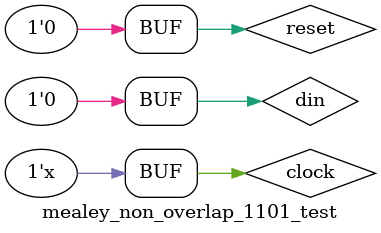
<source format=sv>
module mealey_non_overlap_1101_test;
reg din,reset, clock; 
 wire dout;
 mealey_non_overlap_1101 m1(dout, din,reset, clock); 
 always #10 clock =!clock; 
 initial begin
 $dumpfile("dump.vcd"); $dumpvars;
clock=0; 
 reset=1; 
 din=1; 
 #20 reset = 0; din = 1; 
 #20 din=0; 
 #20 din=1;
 #20 din=1;
 #20 din=0;
 #20 din=1; 
 #20 din=0; 
 #20 din=1; 
 #20 din=1; 
 #20 din=0;
 #20 din=1;
 #20 din=1; 
 #20 din=0; 
 #20 din=1;
 #20 din=0;
 end 
endmodule
</source>
